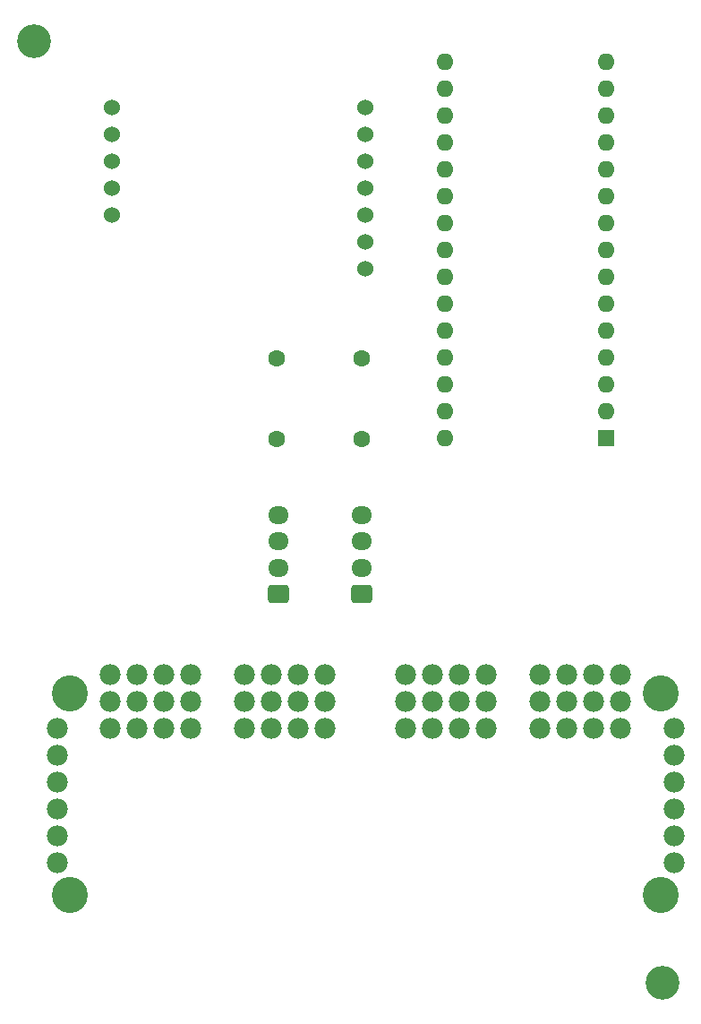
<source format=gbr>
%TF.GenerationSoftware,KiCad,Pcbnew,9.0.7*%
%TF.CreationDate,2026-02-17T14:37:04-05:00*%
%TF.ProjectId,funny-robot,66756e6e-792d-4726-9f62-6f742e6b6963,v1*%
%TF.SameCoordinates,Original*%
%TF.FileFunction,Soldermask,Bot*%
%TF.FilePolarity,Negative*%
%FSLAX46Y46*%
G04 Gerber Fmt 4.6, Leading zero omitted, Abs format (unit mm)*
G04 Created by KiCad (PCBNEW 9.0.7) date 2026-02-17 14:37:04*
%MOMM*%
%LPD*%
G01*
G04 APERTURE LIST*
G04 Aperture macros list*
%AMRoundRect*
0 Rectangle with rounded corners*
0 $1 Rounding radius*
0 $2 $3 $4 $5 $6 $7 $8 $9 X,Y pos of 4 corners*
0 Add a 4 corners polygon primitive as box body*
4,1,4,$2,$3,$4,$5,$6,$7,$8,$9,$2,$3,0*
0 Add four circle primitives for the rounded corners*
1,1,$1+$1,$2,$3*
1,1,$1+$1,$4,$5*
1,1,$1+$1,$6,$7*
1,1,$1+$1,$8,$9*
0 Add four rect primitives between the rounded corners*
20,1,$1+$1,$2,$3,$4,$5,0*
20,1,$1+$1,$4,$5,$6,$7,0*
20,1,$1+$1,$6,$7,$8,$9,0*
20,1,$1+$1,$8,$9,$2,$3,0*%
G04 Aperture macros list end*
%ADD10C,1.600000*%
%ADD11C,1.524000*%
%ADD12RoundRect,0.250000X0.725000X-0.600000X0.725000X0.600000X-0.725000X0.600000X-0.725000X-0.600000X0*%
%ADD13O,1.950000X1.700000*%
%ADD14C,1.982000*%
%ADD15C,3.404000*%
%ADD16R,1.600000X1.600000*%
%ADD17O,1.600000X1.600000*%
%ADD18C,3.200000*%
G04 APERTURE END LIST*
D10*
%TO.C,R2*%
X146490000Y-88587000D03*
X146490000Y-80967000D03*
%TD*%
D11*
%TO.C,U1*%
X146825000Y-57292000D03*
X146825000Y-59832000D03*
X146825000Y-62372000D03*
X146825000Y-64912000D03*
X146825000Y-67452000D03*
X146825000Y-69992000D03*
X146825000Y-72532000D03*
X122925000Y-57292000D03*
X122925000Y-59832000D03*
X122925000Y-62372000D03*
X122925000Y-64912000D03*
X122925000Y-67452000D03*
%TD*%
D12*
%TO.C,J2*%
X146490000Y-103277000D03*
D13*
X146490000Y-100777000D03*
X146490000Y-98277000D03*
X146490000Y-95777000D03*
%TD*%
D14*
%TO.C,U2*%
X170980000Y-116000000D03*
X168440000Y-116000000D03*
X165900000Y-116000000D03*
X163360000Y-116000000D03*
X158280000Y-116000000D03*
X155740000Y-116000000D03*
X153200000Y-116000000D03*
X150660000Y-116000000D03*
X143040000Y-116000000D03*
X140500000Y-116000000D03*
X137960000Y-116000000D03*
X135420000Y-116000000D03*
X130340000Y-116000000D03*
X127800000Y-116000000D03*
X125260000Y-116000000D03*
X122720000Y-116000000D03*
X176060000Y-128700000D03*
X117767000Y-128700000D03*
X170980000Y-110920000D03*
X168440000Y-110920000D03*
X165900000Y-110920000D03*
X163360000Y-110920000D03*
X158280000Y-110920000D03*
X155740000Y-110920000D03*
X153200000Y-110920000D03*
X150660000Y-110920000D03*
X143040000Y-110920000D03*
X140500000Y-110920000D03*
X137960000Y-110920000D03*
X135420000Y-110920000D03*
X130340000Y-110920000D03*
X127800000Y-110920000D03*
X125260000Y-110920000D03*
X122720000Y-110920000D03*
X176060000Y-126160000D03*
X117767000Y-126160000D03*
D15*
X174790000Y-131748000D03*
X118910000Y-131748000D03*
X174790000Y-112698000D03*
X118910000Y-112698000D03*
D14*
X176060000Y-123620000D03*
X117767000Y-123620000D03*
X176060000Y-121080000D03*
X117767000Y-121080000D03*
X176060000Y-116000000D03*
X117767000Y-116000000D03*
X170980000Y-113460000D03*
X168440000Y-113460000D03*
X165900000Y-113460000D03*
X163360000Y-113460000D03*
X158280000Y-113460000D03*
X155740000Y-113460000D03*
X153200000Y-113460000D03*
X150660000Y-113460000D03*
X143040000Y-113460000D03*
X140500000Y-113460000D03*
X137960000Y-113460000D03*
X135420000Y-113460000D03*
X130340000Y-113460000D03*
X127800000Y-113460000D03*
X125260000Y-113460000D03*
X122720000Y-113460000D03*
X176060000Y-118540000D03*
X117767000Y-118540000D03*
%TD*%
D16*
%TO.C,A1*%
X169610000Y-88550000D03*
D17*
X169610000Y-86010000D03*
X169610000Y-83470000D03*
X169610000Y-80930000D03*
X169610000Y-78390000D03*
X169610000Y-75850000D03*
X169610000Y-73310000D03*
X169610000Y-70770000D03*
X169610000Y-68230000D03*
X169610000Y-65690000D03*
X169610000Y-63150000D03*
X169610000Y-60610000D03*
X169610000Y-58070000D03*
X169610000Y-55530000D03*
X169610000Y-52990000D03*
X154370000Y-52990000D03*
X154370000Y-55530000D03*
X154370000Y-58070000D03*
X154370000Y-60610000D03*
X154370000Y-63150000D03*
X154370000Y-65690000D03*
X154370000Y-68230000D03*
X154370000Y-70770000D03*
X154370000Y-73310000D03*
X154370000Y-75850000D03*
X154370000Y-78390000D03*
X154370000Y-80930000D03*
X154370000Y-83470000D03*
X154370000Y-86010000D03*
X154370000Y-88550000D03*
%TD*%
D18*
%TO.C,REF\u002A\u002A*%
X175000000Y-140000000D03*
%TD*%
D12*
%TO.C,J1*%
X138690000Y-103277000D03*
D13*
X138690000Y-100777000D03*
X138690000Y-98277000D03*
X138690000Y-95777000D03*
%TD*%
D18*
%TO.C,REF\u002A\u002A*%
X115500000Y-51000000D03*
%TD*%
D10*
%TO.C,R1*%
X138500000Y-88587000D03*
X138500000Y-80967000D03*
%TD*%
M02*

</source>
